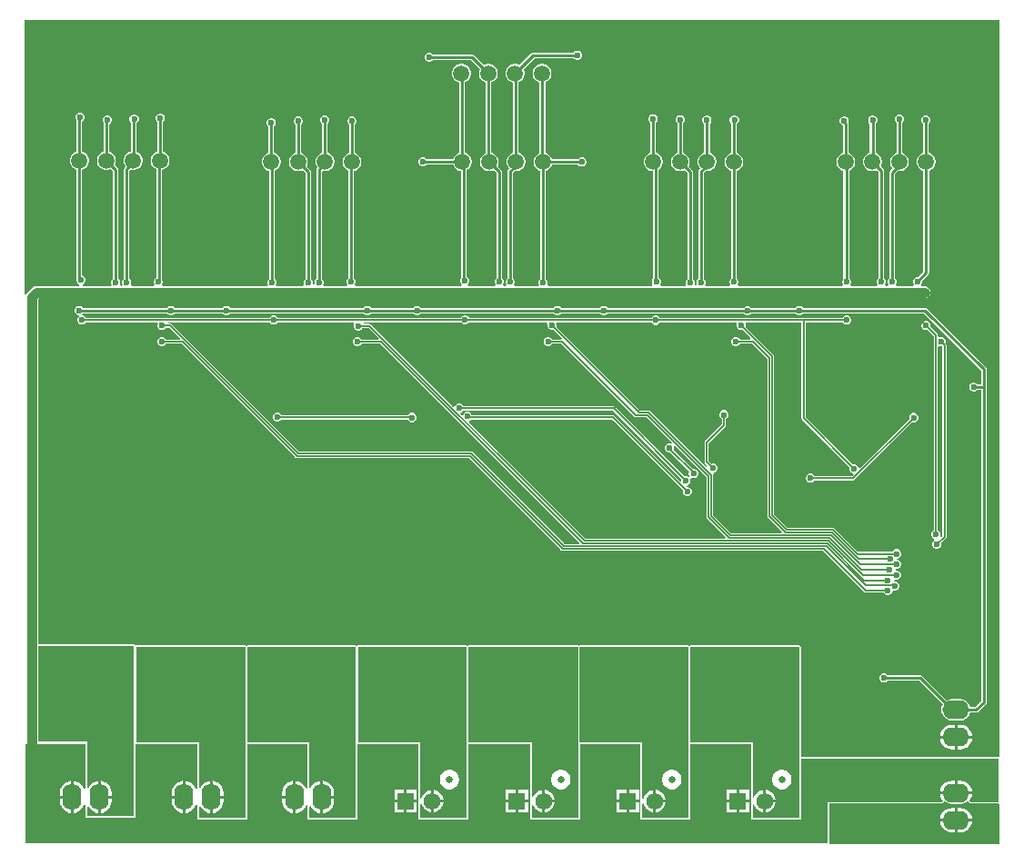
<source format=gbl>
G04*
G04 #@! TF.GenerationSoftware,Altium Limited,Altium Designer,23.3.1 (30)*
G04*
G04 Layer_Physical_Order=2*
G04 Layer_Color=16711680*
%FSLAX25Y25*%
%MOIN*%
G70*
G04*
G04 #@! TF.SameCoordinates,D820F0C6-32BC-4761-972E-96396E6F3E69*
G04*
G04*
G04 #@! TF.FilePolarity,Positive*
G04*
G01*
G75*
%ADD59C,0.01000*%
%ADD60C,0.00500*%
%ADD62C,0.05906*%
%ADD63O,0.09843X0.06890*%
%ADD64O,0.06890X0.09843*%
%ADD65R,0.06201X0.06201*%
%ADD66C,0.06201*%
%ADD67C,0.02559*%
%ADD68C,0.05000*%
%ADD69C,0.02362*%
%ADD70C,0.15000*%
%ADD71C,0.03500*%
G36*
X609900Y179742D02*
X609600Y179541D01*
X537100D01*
X537041Y179580D01*
Y220000D01*
X536883Y220383D01*
X536500Y220541D01*
X496600D01*
X496300Y220417D01*
X496000Y220541D01*
X456000D01*
X455729Y220429D01*
X455459Y220541D01*
X415300D01*
X414900Y220389D01*
X414500Y220541D01*
X374700D01*
X374350Y220396D01*
X374000Y220541D01*
X334100D01*
X333800Y220417D01*
X333500Y220541D01*
X293400D01*
X292898Y220845D01*
X292883Y220883D01*
X292500Y221041D01*
X257500D01*
X257494Y221045D01*
Y267600D01*
X257394Y268103D01*
Y333000D01*
Y347450D01*
X257850Y347906D01*
X582400D01*
X583278Y348080D01*
X584022Y348578D01*
X584519Y349322D01*
X584694Y350200D01*
X584519Y351078D01*
X584022Y351822D01*
X583278Y352320D01*
X582400Y352494D01*
X581324D01*
X581117Y352994D01*
X581251Y353129D01*
X581507Y353746D01*
Y354320D01*
X583748Y356561D01*
X583969Y356892D01*
X584047Y357282D01*
Y394699D01*
X584360Y394782D01*
X585148Y395237D01*
X585790Y395880D01*
X586245Y396667D01*
X586480Y397545D01*
Y398455D01*
X586245Y399333D01*
X585790Y400120D01*
X585148Y400763D01*
X584360Y401218D01*
X583983Y401318D01*
Y412106D01*
X584325Y412448D01*
X584581Y413066D01*
Y413734D01*
X584325Y414352D01*
X583852Y414825D01*
X583234Y415081D01*
X582566D01*
X581948Y414825D01*
X581475Y414352D01*
X581219Y413734D01*
Y413066D01*
X581475Y412448D01*
X581944Y411978D01*
Y401284D01*
X581695Y401218D01*
X580907Y400763D01*
X580265Y400120D01*
X579810Y399333D01*
X579575Y398455D01*
Y397545D01*
X579810Y396667D01*
X580265Y395880D01*
X580907Y395237D01*
X581695Y394782D01*
X582008Y394699D01*
Y357704D01*
X580065Y355762D01*
X579492D01*
X578874Y355506D01*
X578401Y355033D01*
X578145Y354415D01*
Y353746D01*
X578401Y353129D01*
X578536Y352994D01*
X578329Y352494D01*
X572079D01*
X571872Y352994D01*
X571925Y353048D01*
X572181Y353666D01*
Y354334D01*
X571925Y354952D01*
X571520Y355358D01*
Y393565D01*
X572550Y394596D01*
X572730Y394547D01*
X573640D01*
X574518Y394782D01*
X575305Y395237D01*
X575948Y395880D01*
X576403Y396667D01*
X576638Y397545D01*
Y398455D01*
X576403Y399333D01*
X575948Y400120D01*
X575305Y400763D01*
X574518Y401218D01*
X574205Y401301D01*
Y412296D01*
X574547Y412638D01*
X574803Y413256D01*
Y413925D01*
X574547Y414543D01*
X574074Y415016D01*
X573456Y415272D01*
X572788D01*
X572170Y415016D01*
X571697Y414543D01*
X571441Y413925D01*
Y413256D01*
X571697Y412638D01*
X572165Y412170D01*
Y401301D01*
X571852Y401218D01*
X571065Y400763D01*
X570422Y400120D01*
X569968Y399333D01*
X569732Y398455D01*
Y397545D01*
X569968Y396667D01*
X570422Y395880D01*
X570686Y395616D01*
X569779Y394708D01*
X569558Y394378D01*
X569480Y393987D01*
Y355358D01*
X569075Y354952D01*
X568819Y354334D01*
Y353666D01*
X569075Y353048D01*
X569129Y352994D01*
X568921Y352494D01*
X568079D01*
X567872Y352994D01*
X567925Y353048D01*
X568181Y353666D01*
Y354334D01*
X567925Y354952D01*
X567520Y355358D01*
Y394843D01*
X567442Y395233D01*
X567221Y395564D01*
X566398Y396387D01*
X566560Y396667D01*
X566795Y397545D01*
Y398455D01*
X566560Y399333D01*
X566105Y400120D01*
X565463Y400763D01*
X564675Y401218D01*
X564391Y401294D01*
Y411913D01*
X564825Y412348D01*
X565081Y412966D01*
Y413634D01*
X564825Y414252D01*
X564352Y414725D01*
X563734Y414981D01*
X563066D01*
X562448Y414725D01*
X561975Y414252D01*
X561719Y413634D01*
Y412966D01*
X561975Y412348D01*
X562352Y411971D01*
Y401309D01*
X562010Y401218D01*
X561223Y400763D01*
X560580Y400120D01*
X560125Y399333D01*
X559890Y398455D01*
Y397545D01*
X560125Y396667D01*
X560580Y395880D01*
X561223Y395237D01*
X562010Y394782D01*
X562888Y394547D01*
X563797D01*
X564675Y394782D01*
X564956Y394945D01*
X565480Y394420D01*
Y355358D01*
X565075Y354952D01*
X564819Y354334D01*
Y353666D01*
X565075Y353048D01*
X565129Y352994D01*
X564921Y352494D01*
X555525D01*
X555344Y352994D01*
X555581Y353566D01*
Y354234D01*
X555325Y354852D01*
X554852Y355325D01*
X554720Y355380D01*
Y394752D01*
X554833Y394782D01*
X555620Y395237D01*
X556263Y395880D01*
X556717Y396667D01*
X556953Y397545D01*
Y398455D01*
X556717Y399333D01*
X556263Y400120D01*
X555620Y400763D01*
X554833Y401218D01*
X554520Y401301D01*
Y412131D01*
X554500Y412229D01*
X554681Y412666D01*
Y413334D01*
X554425Y413952D01*
X553952Y414425D01*
X553334Y414681D01*
X552666D01*
X552048Y414425D01*
X551575Y413952D01*
X551319Y413334D01*
Y412666D01*
X551575Y412048D01*
X552048Y411575D01*
X552480Y411396D01*
Y401301D01*
X552167Y401218D01*
X551380Y400763D01*
X550737Y400120D01*
X550282Y399333D01*
X550047Y398455D01*
Y397545D01*
X550282Y396667D01*
X550737Y395880D01*
X551380Y395237D01*
X552167Y394782D01*
X552680Y394645D01*
Y355058D01*
X552475Y354852D01*
X552219Y354234D01*
Y353566D01*
X552456Y352994D01*
X552275Y352494D01*
X514125D01*
X513944Y352994D01*
X514181Y353566D01*
Y354234D01*
X513925Y354852D01*
X513533Y355244D01*
Y394695D01*
X513860Y394782D01*
X514648Y395237D01*
X515290Y395880D01*
X515745Y396667D01*
X515980Y397545D01*
Y398455D01*
X515745Y399333D01*
X515290Y400120D01*
X514648Y400763D01*
X513860Y401218D01*
X513633Y401278D01*
Y411967D01*
X513652Y411975D01*
X514125Y412448D01*
X514381Y413066D01*
Y413734D01*
X514125Y414352D01*
X513652Y414825D01*
X513034Y415081D01*
X512366D01*
X511748Y414825D01*
X511275Y414352D01*
X511019Y413734D01*
Y413066D01*
X511275Y412448D01*
X511594Y412128D01*
Y401324D01*
X511195Y401218D01*
X510407Y400763D01*
X509765Y400120D01*
X509310Y399333D01*
X509075Y398455D01*
Y397545D01*
X509310Y396667D01*
X509765Y395880D01*
X510407Y395237D01*
X511195Y394782D01*
X511494Y394702D01*
Y355272D01*
X511075Y354852D01*
X510819Y354234D01*
Y353566D01*
X511056Y352994D01*
X510875Y352494D01*
X502225D01*
X501927Y352994D01*
X502081Y353366D01*
Y354034D01*
X501825Y354652D01*
X501420Y355058D01*
Y393965D01*
X502050Y394596D01*
X502231Y394547D01*
X503140D01*
X504018Y394782D01*
X504805Y395237D01*
X505448Y395880D01*
X505902Y396667D01*
X506138Y397545D01*
Y398455D01*
X505902Y399333D01*
X505448Y400120D01*
X504805Y400763D01*
X504018Y401218D01*
X503705Y401301D01*
Y412097D01*
X504089Y412481D01*
X504345Y413099D01*
Y413768D01*
X504089Y414386D01*
X503616Y414858D01*
X502998Y415114D01*
X502329D01*
X501711Y414858D01*
X501238Y414386D01*
X500982Y413768D01*
Y413099D01*
X501238Y412481D01*
X501665Y412054D01*
Y401301D01*
X501352Y401218D01*
X500565Y400763D01*
X499922Y400120D01*
X499468Y399333D01*
X499232Y398455D01*
Y397545D01*
X499468Y396667D01*
X499922Y395880D01*
X500186Y395616D01*
X499679Y395109D01*
X499458Y394778D01*
X499380Y394388D01*
Y355058D01*
X498975Y354652D01*
X498719Y354034D01*
Y353366D01*
X498826Y353107D01*
X498543Y352671D01*
X498321Y352676D01*
X498047Y353142D01*
X498181Y353466D01*
Y354134D01*
X497925Y354752D01*
X497520Y355158D01*
Y394342D01*
X497442Y394733D01*
X497221Y395063D01*
X495898Y396387D01*
X496060Y396667D01*
X496295Y397545D01*
Y398455D01*
X496060Y399333D01*
X495605Y400120D01*
X494963Y400763D01*
X494175Y401218D01*
X493891Y401294D01*
Y412113D01*
X494325Y412548D01*
X494581Y413166D01*
Y413834D01*
X494325Y414452D01*
X493852Y414925D01*
X493234Y415181D01*
X492566D01*
X491948Y414925D01*
X491475Y414452D01*
X491219Y413834D01*
Y413166D01*
X491475Y412548D01*
X491852Y412171D01*
Y401309D01*
X491510Y401218D01*
X490723Y400763D01*
X490080Y400120D01*
X489625Y399333D01*
X489390Y398455D01*
Y397545D01*
X489625Y396667D01*
X490080Y395880D01*
X490723Y395237D01*
X491510Y394782D01*
X492388Y394547D01*
X493297D01*
X494175Y394782D01*
X494456Y394945D01*
X495480Y393920D01*
Y355158D01*
X495075Y354752D01*
X494819Y354134D01*
Y353466D01*
X495014Y352994D01*
X494775Y352494D01*
X485710D01*
X485503Y352994D01*
X485517Y353008D01*
X485773Y353626D01*
Y354294D01*
X485517Y354912D01*
X485044Y355385D01*
X484851Y355465D01*
Y395081D01*
X485120Y395237D01*
X485763Y395880D01*
X486217Y396667D01*
X486453Y397545D01*
Y398455D01*
X486217Y399333D01*
X485763Y400120D01*
X485120Y400763D01*
X484333Y401218D01*
X484020Y401301D01*
Y412498D01*
X484364Y412842D01*
X484620Y413460D01*
Y414129D01*
X484364Y414747D01*
X483891Y415220D01*
X483273Y415476D01*
X482605D01*
X481987Y415220D01*
X481514Y414747D01*
X481258Y414129D01*
Y413460D01*
X481514Y412842D01*
X481980Y412376D01*
Y401301D01*
X481667Y401218D01*
X480880Y400763D01*
X480237Y400120D01*
X479782Y399333D01*
X479547Y398455D01*
Y397545D01*
X479782Y396667D01*
X480237Y395880D01*
X480880Y395237D01*
X481667Y394782D01*
X482545Y394547D01*
X482811D01*
Y355057D01*
X482666Y354912D01*
X482410Y354294D01*
Y353626D01*
X482666Y353008D01*
X482680Y352994D01*
X482473Y352494D01*
X444490D01*
X444156Y352994D01*
X444281Y353297D01*
Y353965D01*
X444025Y354583D01*
X443583Y355025D01*
Y394708D01*
X443860Y394782D01*
X444648Y395237D01*
X445290Y395880D01*
X445745Y396667D01*
X445829Y396980D01*
X455317D01*
X455328Y396953D01*
X455801Y396480D01*
X456419Y396225D01*
X457088D01*
X457705Y396480D01*
X458178Y396953D01*
X458434Y397571D01*
Y398240D01*
X458178Y398858D01*
X457705Y399331D01*
X457088Y399587D01*
X456419D01*
X455801Y399331D01*
X455490Y399020D01*
X445829D01*
X445745Y399333D01*
X445290Y400120D01*
X444648Y400763D01*
X443860Y401218D01*
X443376Y401347D01*
Y427245D01*
X443518Y427282D01*
X444305Y427737D01*
X444948Y428380D01*
X445402Y429167D01*
X445638Y430045D01*
Y430955D01*
X445402Y431833D01*
X444948Y432620D01*
X444305Y433263D01*
X443518Y433717D01*
X442640Y433953D01*
X441730D01*
X440852Y433717D01*
X440065Y433263D01*
X439422Y432620D01*
X438968Y431833D01*
X438732Y430955D01*
Y430045D01*
X438968Y429167D01*
X439422Y428380D01*
X440065Y427737D01*
X440852Y427282D01*
X441337Y427153D01*
Y401256D01*
X441195Y401218D01*
X440408Y400763D01*
X439765Y400120D01*
X439310Y399333D01*
X439075Y398455D01*
Y397545D01*
X439310Y396667D01*
X439765Y395880D01*
X440408Y395237D01*
X441195Y394782D01*
X441544Y394689D01*
Y354953D01*
X441175Y354583D01*
X440919Y353965D01*
Y353297D01*
X441044Y352994D01*
X440710Y352494D01*
X432125D01*
X431944Y352994D01*
X432181Y353566D01*
Y354234D01*
X431925Y354852D01*
X431520Y355258D01*
Y394065D01*
X432050Y394596D01*
X432231Y394547D01*
X433140D01*
X434018Y394782D01*
X434805Y395237D01*
X435448Y395880D01*
X435903Y396667D01*
X436138Y397545D01*
Y398455D01*
X435903Y399333D01*
X435448Y400120D01*
X434805Y400763D01*
X434018Y401218D01*
X433533Y401347D01*
Y427245D01*
X433675Y427282D01*
X434463Y427737D01*
X435105Y428380D01*
X435560Y429167D01*
X435795Y430045D01*
Y430955D01*
X435560Y431833D01*
X435398Y432114D01*
X439403Y436119D01*
X453893D01*
X454299Y435713D01*
X454917Y435457D01*
X455585D01*
X456203Y435713D01*
X456676Y436186D01*
X456932Y436804D01*
Y437473D01*
X456676Y438091D01*
X456203Y438564D01*
X455585Y438820D01*
X454917D01*
X454299Y438564D01*
X453893Y438158D01*
X438981D01*
X438591Y438081D01*
X438260Y437859D01*
X433956Y433555D01*
X433675Y433717D01*
X432797Y433953D01*
X431888D01*
X431010Y433717D01*
X430223Y433263D01*
X429580Y432620D01*
X429125Y431833D01*
X428890Y430955D01*
Y430045D01*
X429125Y429167D01*
X429580Y428380D01*
X430223Y427737D01*
X431010Y427282D01*
X431494Y427153D01*
Y401256D01*
X431352Y401218D01*
X430565Y400763D01*
X429922Y400120D01*
X429468Y399333D01*
X429232Y398455D01*
Y397545D01*
X429468Y396667D01*
X429922Y395880D01*
X430186Y395616D01*
X429779Y395209D01*
X429558Y394878D01*
X429480Y394488D01*
Y355258D01*
X429075Y354852D01*
X428819Y354234D01*
Y353566D01*
X429056Y352994D01*
X428875Y352494D01*
X428179D01*
X427972Y352994D01*
X428025Y353048D01*
X428281Y353666D01*
Y354334D01*
X428025Y354952D01*
X427620Y355358D01*
Y394243D01*
X427542Y394633D01*
X427321Y394964D01*
X425898Y396387D01*
X426060Y396667D01*
X426295Y397545D01*
Y398455D01*
X426060Y399333D01*
X425605Y400120D01*
X424963Y400763D01*
X424175Y401218D01*
X423691Y401347D01*
Y427245D01*
X423833Y427282D01*
X424620Y427737D01*
X425263Y428380D01*
X425717Y429167D01*
X425953Y430045D01*
Y430955D01*
X425717Y431833D01*
X425263Y432620D01*
X424620Y433263D01*
X423833Y433717D01*
X422955Y433953D01*
X422045D01*
X421167Y433717D01*
X420887Y433555D01*
X417321Y437121D01*
X416990Y437342D01*
X416600Y437420D01*
X402158D01*
X401752Y437825D01*
X401134Y438081D01*
X400466D01*
X399848Y437825D01*
X399375Y437352D01*
X399119Y436734D01*
Y436066D01*
X399375Y435448D01*
X399848Y434975D01*
X400466Y434719D01*
X401134D01*
X401752Y434975D01*
X402158Y435380D01*
X416178D01*
X419445Y432114D01*
X419282Y431833D01*
X419047Y430955D01*
Y430045D01*
X419282Y429167D01*
X419737Y428380D01*
X420380Y427737D01*
X421167Y427282D01*
X421652Y427153D01*
Y401256D01*
X421510Y401218D01*
X420722Y400763D01*
X420080Y400120D01*
X419625Y399333D01*
X419390Y398455D01*
Y397545D01*
X419625Y396667D01*
X420080Y395880D01*
X420722Y395237D01*
X421510Y394782D01*
X422388Y394547D01*
X423297D01*
X424175Y394782D01*
X424456Y394945D01*
X425580Y393820D01*
Y355358D01*
X425175Y354952D01*
X424919Y354334D01*
Y353666D01*
X425175Y353048D01*
X425229Y352994D01*
X425021Y352494D01*
X415040D01*
X414872Y352994D01*
X415225Y353348D01*
X415481Y353966D01*
Y354634D01*
X415225Y355252D01*
X414752Y355725D01*
X414559Y355805D01*
Y394913D01*
X415120Y395237D01*
X415763Y395880D01*
X416218Y396667D01*
X416453Y397545D01*
Y398455D01*
X416218Y399333D01*
X415763Y400120D01*
X415120Y400763D01*
X414333Y401218D01*
X413848Y401347D01*
Y427245D01*
X413990Y427282D01*
X414778Y427737D01*
X415420Y428380D01*
X415875Y429167D01*
X416110Y430045D01*
Y430955D01*
X415875Y431833D01*
X415420Y432620D01*
X414778Y433263D01*
X413990Y433717D01*
X413112Y433953D01*
X412203D01*
X411325Y433717D01*
X410537Y433263D01*
X409895Y432620D01*
X409440Y431833D01*
X409205Y430955D01*
Y430045D01*
X409440Y429167D01*
X409895Y428380D01*
X410537Y427737D01*
X411325Y427282D01*
X411809Y427153D01*
Y401256D01*
X411667Y401218D01*
X410880Y400763D01*
X410237Y400120D01*
X409783Y399333D01*
X409699Y399020D01*
X400039D01*
X400025Y399052D01*
X399552Y399525D01*
X398934Y399781D01*
X398266D01*
X397648Y399525D01*
X397175Y399052D01*
X396919Y398434D01*
Y397766D01*
X397175Y397148D01*
X397648Y396675D01*
X398266Y396419D01*
X398934D01*
X399552Y396675D01*
X399858Y396980D01*
X409699D01*
X409783Y396667D01*
X410237Y395880D01*
X410880Y395237D01*
X411667Y394782D01*
X412520Y394554D01*
Y355397D01*
X412375Y355252D01*
X412119Y354634D01*
Y353966D01*
X412375Y353348D01*
X412729Y352994D01*
X412560Y352494D01*
X373793D01*
X373581Y352989D01*
X373837Y353607D01*
Y354276D01*
X373581Y354894D01*
X373361Y355113D01*
Y394649D01*
X373860Y394782D01*
X374648Y395237D01*
X375290Y395880D01*
X375745Y396667D01*
X375980Y397545D01*
Y398455D01*
X375745Y399333D01*
X375290Y400120D01*
X374648Y400763D01*
X373860Y401218D01*
X373533Y401305D01*
Y411556D01*
X373925Y411948D01*
X374181Y412566D01*
Y413234D01*
X373925Y413852D01*
X373452Y414325D01*
X372834Y414581D01*
X372166D01*
X371548Y414325D01*
X371075Y413852D01*
X370819Y413234D01*
Y412566D01*
X371075Y411948D01*
X371494Y411528D01*
Y401298D01*
X371195Y401218D01*
X370408Y400763D01*
X369765Y400120D01*
X369310Y399333D01*
X369075Y398455D01*
Y397545D01*
X369310Y396667D01*
X369765Y395880D01*
X370408Y395237D01*
X371195Y394782D01*
X371322Y394748D01*
Y355416D01*
X371203Y355367D01*
X370730Y354894D01*
X370475Y354276D01*
Y353607D01*
X370730Y352989D01*
X370519Y352494D01*
X362225D01*
X361927Y352994D01*
X362081Y353366D01*
Y354034D01*
X361825Y354652D01*
X361420Y355058D01*
Y394271D01*
X361877Y394642D01*
X362230Y394547D01*
X363140D01*
X364018Y394782D01*
X364805Y395237D01*
X365448Y395880D01*
X365902Y396667D01*
X366138Y397545D01*
Y398455D01*
X365902Y399333D01*
X365448Y400120D01*
X364805Y400763D01*
X364018Y401218D01*
X363662Y401313D01*
Y411985D01*
X364025Y412348D01*
X364281Y412966D01*
Y413634D01*
X364025Y414252D01*
X363552Y414725D01*
X362934Y414981D01*
X362266D01*
X361648Y414725D01*
X361175Y414252D01*
X360919Y413634D01*
Y412966D01*
X361175Y412348D01*
X361623Y411900D01*
Y401290D01*
X361352Y401218D01*
X360565Y400763D01*
X359922Y400120D01*
X359468Y399333D01*
X359232Y398455D01*
Y397545D01*
X359468Y396667D01*
X359906Y395909D01*
X359679Y395682D01*
X359458Y395352D01*
X359380Y394962D01*
Y355058D01*
X358975Y354652D01*
X358719Y354034D01*
Y353366D01*
X358761Y353264D01*
X358450Y352786D01*
X358139Y353264D01*
X358181Y353366D01*
Y354034D01*
X357925Y354652D01*
X357520Y355058D01*
Y394342D01*
X357442Y394733D01*
X357221Y395063D01*
X355898Y396387D01*
X356060Y396667D01*
X356295Y397545D01*
Y398455D01*
X356060Y399333D01*
X355605Y400120D01*
X354963Y400763D01*
X354175Y401218D01*
X353891Y401294D01*
Y411513D01*
X354325Y411948D01*
X354581Y412566D01*
Y413234D01*
X354325Y413852D01*
X353852Y414325D01*
X353234Y414581D01*
X352566D01*
X351948Y414325D01*
X351475Y413852D01*
X351219Y413234D01*
Y412566D01*
X351475Y411948D01*
X351852Y411571D01*
Y401309D01*
X351510Y401218D01*
X350723Y400763D01*
X350080Y400120D01*
X349625Y399333D01*
X349390Y398455D01*
Y397545D01*
X349625Y396667D01*
X350080Y395880D01*
X350723Y395237D01*
X351510Y394782D01*
X352388Y394547D01*
X353297D01*
X354175Y394782D01*
X354456Y394945D01*
X355480Y393920D01*
Y355058D01*
X355075Y354652D01*
X354819Y354034D01*
Y353366D01*
X354973Y352994D01*
X354675Y352494D01*
X344925D01*
X344686Y352994D01*
X344881Y353466D01*
Y354134D01*
X344625Y354752D01*
X344152Y355225D01*
X344120Y355239D01*
Y394725D01*
X344333Y394782D01*
X345120Y395237D01*
X345763Y395880D01*
X346217Y396667D01*
X346453Y397545D01*
Y398455D01*
X346217Y399333D01*
X345763Y400120D01*
X345120Y400763D01*
X344333Y401218D01*
X344020Y401301D01*
Y411042D01*
X344425Y411448D01*
X344681Y412066D01*
Y412734D01*
X344425Y413352D01*
X343952Y413825D01*
X343334Y414081D01*
X342666D01*
X342048Y413825D01*
X341575Y413352D01*
X341319Y412734D01*
Y412066D01*
X341575Y411448D01*
X341980Y411042D01*
Y401301D01*
X341667Y401218D01*
X340880Y400763D01*
X340237Y400120D01*
X339783Y399333D01*
X339547Y398455D01*
Y397545D01*
X339783Y396667D01*
X340237Y395880D01*
X340880Y395237D01*
X341667Y394782D01*
X342080Y394672D01*
Y355058D01*
X341775Y354752D01*
X341519Y354134D01*
Y353466D01*
X341714Y352994D01*
X341475Y352494D01*
X303125D01*
X302944Y352994D01*
X303181Y353566D01*
Y354234D01*
X302925Y354852D01*
X302780Y354997D01*
Y395085D01*
X303518Y395283D01*
X304305Y395737D01*
X304948Y396380D01*
X305402Y397167D01*
X305638Y398045D01*
Y398955D01*
X305402Y399833D01*
X304948Y400620D01*
X304305Y401263D01*
X303518Y401718D01*
X303205Y401801D01*
Y412604D01*
X303273Y412632D01*
X303746Y413105D01*
X304002Y413723D01*
Y414391D01*
X303746Y415009D01*
X303273Y415482D01*
X302655Y415738D01*
X301986D01*
X301368Y415482D01*
X300896Y415009D01*
X300640Y414391D01*
Y413723D01*
X300896Y413105D01*
X301166Y412835D01*
Y401801D01*
X300852Y401718D01*
X300065Y401263D01*
X299422Y400620D01*
X298968Y399833D01*
X298732Y398955D01*
Y398045D01*
X298968Y397167D01*
X299422Y396380D01*
X300065Y395737D01*
X300741Y395347D01*
Y355405D01*
X300548Y355325D01*
X300075Y354852D01*
X299819Y354234D01*
Y353566D01*
X300056Y352994D01*
X299875Y352494D01*
X291825D01*
X291527Y352994D01*
X291681Y353366D01*
Y354034D01*
X291425Y354652D01*
X291020Y355058D01*
Y394793D01*
X291470Y395159D01*
X291888Y395047D01*
X292797D01*
X293675Y395283D01*
X294463Y395737D01*
X295105Y396380D01*
X295560Y397167D01*
X295795Y398045D01*
Y398955D01*
X295560Y399833D01*
X295105Y400620D01*
X294463Y401263D01*
X293675Y401718D01*
X293541Y401754D01*
Y412229D01*
X293652Y412275D01*
X294125Y412748D01*
X294381Y413366D01*
Y414034D01*
X294125Y414652D01*
X293652Y415125D01*
X293034Y415381D01*
X292366D01*
X291748Y415125D01*
X291275Y414652D01*
X291019Y414034D01*
Y413366D01*
X291275Y412748D01*
X291502Y412521D01*
Y401849D01*
X291010Y401718D01*
X290223Y401263D01*
X289580Y400620D01*
X289125Y399833D01*
X288890Y398955D01*
Y398045D01*
X289125Y397167D01*
X289542Y396445D01*
X289279Y396182D01*
X289058Y395852D01*
X288980Y395462D01*
Y355058D01*
X288575Y354652D01*
X288319Y354034D01*
Y353366D01*
X288473Y352994D01*
X288186Y352513D01*
X287712Y352520D01*
X287486Y352994D01*
X287681Y353466D01*
Y354134D01*
X287425Y354752D01*
X287020Y355158D01*
Y395000D01*
X286942Y395390D01*
X286721Y395721D01*
X285555Y396886D01*
X285718Y397167D01*
X285953Y398045D01*
Y398955D01*
X285718Y399833D01*
X285263Y400620D01*
X284620Y401263D01*
X283833Y401718D01*
X283670Y401761D01*
Y411841D01*
X283752Y411875D01*
X284225Y412348D01*
X284481Y412966D01*
Y413634D01*
X284225Y414252D01*
X283752Y414725D01*
X283134Y414981D01*
X282466D01*
X281848Y414725D01*
X281375Y414252D01*
X281119Y413634D01*
Y412966D01*
X281375Y412348D01*
X281630Y412092D01*
Y401841D01*
X281167Y401718D01*
X280380Y401263D01*
X279737Y400620D01*
X279282Y399833D01*
X279047Y398955D01*
Y398045D01*
X279282Y397167D01*
X279737Y396380D01*
X280380Y395737D01*
X281167Y395283D01*
X282045Y395047D01*
X282955D01*
X283833Y395283D01*
X284114Y395445D01*
X284980Y394578D01*
Y355158D01*
X284575Y354752D01*
X284319Y354134D01*
Y353466D01*
X284514Y352994D01*
X284275Y352494D01*
X273815D01*
X273716Y352994D01*
X274152Y353175D01*
X274625Y353648D01*
X274881Y354266D01*
Y354934D01*
X274625Y355552D01*
X274152Y356025D01*
X273677Y356222D01*
Y395199D01*
X273990Y395283D01*
X274778Y395737D01*
X275420Y396380D01*
X275875Y397167D01*
X276110Y398045D01*
Y398955D01*
X275875Y399833D01*
X275420Y400620D01*
X274778Y401263D01*
X273990Y401718D01*
X273677Y401801D01*
Y412844D01*
X273752Y412875D01*
X274225Y413348D01*
X274481Y413966D01*
Y414634D01*
X274225Y415252D01*
X273752Y415725D01*
X273134Y415981D01*
X272466D01*
X271848Y415725D01*
X271375Y415252D01*
X271119Y414634D01*
Y413966D01*
X271375Y413348D01*
X271638Y413085D01*
Y401801D01*
X271325Y401718D01*
X270537Y401263D01*
X269895Y400620D01*
X269440Y399833D01*
X269205Y398955D01*
Y398045D01*
X269440Y397167D01*
X269895Y396380D01*
X270537Y395737D01*
X271325Y395283D01*
X271638Y395199D01*
Y355511D01*
X271677Y355316D01*
X271519Y354934D01*
Y354266D01*
X271775Y353648D01*
X272248Y353175D01*
X272684Y352994D01*
X272585Y352494D01*
X256900D01*
X256022Y352320D01*
X255278Y351822D01*
X253478Y350022D01*
X252980Y349278D01*
X252967Y349207D01*
X252467Y349257D01*
X252500Y450000D01*
X609900D01*
Y179742D01*
D02*
G37*
G36*
X590052Y163424D02*
X590534Y163054D01*
X591494Y162657D01*
X592524Y162521D01*
X595476D01*
X596506Y162657D01*
X597466Y163054D01*
X597948Y163424D01*
X598040Y163431D01*
X598547Y163254D01*
X598692Y162961D01*
X598760Y162901D01*
X598794Y162817D01*
X598910Y162770D01*
X599003Y162688D01*
X599093Y162693D01*
X599177Y162659D01*
X609600D01*
X609900Y162458D01*
Y147600D01*
X547917D01*
X547541Y148000D01*
Y162659D01*
X588823D01*
X588906Y162693D01*
X588997Y162688D01*
X589090Y162770D01*
X589206Y162817D01*
X589240Y162901D01*
X589308Y162961D01*
X589453Y163254D01*
X589960Y163431D01*
X590052Y163424D01*
D02*
G37*
G36*
X536500Y157500D02*
X519400D01*
Y162305D01*
X519900Y162371D01*
X520022Y161917D01*
X520561Y160982D01*
X521325Y160219D01*
X522260Y159679D01*
X523303Y159400D01*
X523343D01*
Y163500D01*
Y167600D01*
X523303D01*
X522260Y167321D01*
X521325Y166781D01*
X520561Y166018D01*
X520022Y165083D01*
X519900Y164629D01*
X519400Y164695D01*
Y185000D01*
X496600D01*
Y220000D01*
X536500D01*
Y157500D01*
D02*
G37*
G36*
X496000D02*
X479000D01*
Y162520D01*
X479500Y162585D01*
X479679Y161917D01*
X480219Y160982D01*
X480982Y160219D01*
X481917Y159679D01*
X482960Y159400D01*
X483000D01*
Y163500D01*
Y167600D01*
X482960D01*
X481917Y167321D01*
X480982Y166781D01*
X480219Y166018D01*
X479679Y165083D01*
X479500Y164415D01*
X479000Y164480D01*
Y185000D01*
X456000D01*
Y220000D01*
X496000D01*
Y157500D01*
D02*
G37*
G36*
X455459Y185000D02*
X455500Y184900D01*
Y157500D01*
X438500D01*
Y161932D01*
X439000Y161998D01*
X439022Y161917D01*
X439561Y160982D01*
X440325Y160219D01*
X441260Y159679D01*
X442303Y159400D01*
X442343D01*
Y163500D01*
Y167600D01*
X442303D01*
X441260Y167321D01*
X440325Y166781D01*
X439561Y166018D01*
X439022Y165083D01*
X439000Y165002D01*
X438500Y165068D01*
Y185000D01*
X415300D01*
Y220000D01*
X455459D01*
Y185000D01*
D02*
G37*
G36*
X414500Y157500D02*
X397500D01*
Y162520D01*
X398000Y162585D01*
X398179Y161917D01*
X398719Y160982D01*
X399482Y160219D01*
X400417Y159679D01*
X401460Y159400D01*
X401500D01*
Y163500D01*
Y167600D01*
X401460D01*
X400417Y167321D01*
X399482Y166781D01*
X398719Y166018D01*
X398179Y165083D01*
X398000Y164415D01*
X397500Y164480D01*
Y185000D01*
X374700D01*
Y220000D01*
X414500D01*
Y157500D01*
D02*
G37*
G36*
X374000D02*
X357000D01*
Y161466D01*
X357500Y161565D01*
X357617Y161282D01*
X358330Y160354D01*
X359258Y159641D01*
X360340Y159193D01*
X361000Y159106D01*
Y165000D01*
Y170894D01*
X360340Y170807D01*
X359258Y170359D01*
X358330Y169647D01*
X357617Y168718D01*
X357500Y168435D01*
X357000Y168534D01*
Y185000D01*
X334100D01*
Y220000D01*
X374000D01*
Y157500D01*
D02*
G37*
G36*
X333500D02*
X316500D01*
Y161466D01*
X317000Y161565D01*
X317117Y161282D01*
X317830Y160354D01*
X318758Y159641D01*
X319840Y159193D01*
X320500Y159106D01*
Y165000D01*
Y170894D01*
X319840Y170807D01*
X318758Y170359D01*
X317830Y169647D01*
X317117Y168718D01*
X317000Y168435D01*
X316500Y168534D01*
Y185000D01*
X293400D01*
Y220000D01*
X333500D01*
Y157500D01*
D02*
G37*
G36*
X292500Y158000D02*
X275500D01*
Y161466D01*
X276000Y161565D01*
X276117Y161282D01*
X276830Y160354D01*
X277758Y159641D01*
X278840Y159193D01*
X279500Y159106D01*
Y165000D01*
Y170894D01*
X278840Y170807D01*
X277758Y170359D01*
X276830Y169647D01*
X276117Y168718D01*
X276000Y168435D01*
X275500Y168534D01*
Y185500D01*
X257500D01*
Y220500D01*
X292500D01*
Y158000D01*
D02*
G37*
G36*
X518859Y164695D02*
X518900Y164595D01*
Y162405D01*
X518859Y162305D01*
Y157500D01*
X518900Y157401D01*
Y156700D01*
X537100D01*
Y179000D01*
X609600D01*
Y163200D01*
X599177D01*
X598931Y163700D01*
X599359Y164258D01*
X599807Y165340D01*
X599894Y166000D01*
X594000D01*
X588106D01*
X588193Y165340D01*
X588641Y164258D01*
X589070Y163700D01*
X588823Y163200D01*
X547000D01*
Y148000D01*
X252700D01*
Y184400D01*
X274700D01*
Y168051D01*
X274200Y167952D01*
X273883Y168718D01*
X273170Y169647D01*
X272242Y170359D01*
X271160Y170807D01*
X270500Y170894D01*
Y165000D01*
Y159106D01*
X271160Y159193D01*
X272242Y159641D01*
X273170Y160354D01*
X273883Y161282D01*
X274200Y162048D01*
X274700Y161949D01*
Y157500D01*
X275400D01*
X275500Y157459D01*
X292500D01*
X292600Y157500D01*
X293200D01*
Y184400D01*
X315700D01*
Y168051D01*
X315200Y167952D01*
X314883Y168718D01*
X314170Y169647D01*
X313242Y170359D01*
X312160Y170807D01*
X311500Y170894D01*
Y165000D01*
Y159106D01*
X312160Y159193D01*
X313242Y159641D01*
X314170Y160354D01*
X314883Y161282D01*
X315200Y162048D01*
X315700Y161949D01*
Y156700D01*
X334100D01*
Y184400D01*
X356200D01*
Y168051D01*
X355700Y167952D01*
X355383Y168718D01*
X354670Y169647D01*
X353742Y170359D01*
X352660Y170807D01*
X352000Y170894D01*
Y165000D01*
Y159106D01*
X352660Y159193D01*
X353742Y159641D01*
X354670Y160354D01*
X355383Y161282D01*
X355700Y162048D01*
X356200Y161949D01*
Y156700D01*
X374600D01*
Y184400D01*
X396800D01*
Y156700D01*
X415200D01*
Y184400D01*
X437800D01*
Y156700D01*
X456100D01*
Y184400D01*
X478300D01*
Y156700D01*
X496500D01*
Y157401D01*
X496541Y157500D01*
Y184400D01*
X518859D01*
Y164695D01*
D02*
G37*
%LPC*%
G36*
X536834Y345181D02*
X536166D01*
X535548Y344925D01*
X535142Y344520D01*
X518758D01*
X518452Y344825D01*
X517834Y345081D01*
X517166D01*
X516548Y344825D01*
X516242Y344520D01*
X466258D01*
X465852Y344925D01*
X465234Y345181D01*
X464566D01*
X463948Y344925D01*
X463542Y344520D01*
X449158D01*
X448752Y344925D01*
X448134Y345181D01*
X447466D01*
X446848Y344925D01*
X446442Y344520D01*
X397758D01*
X397352Y344925D01*
X396734Y345181D01*
X396066D01*
X395448Y344925D01*
X395042Y344520D01*
X379558D01*
X379152Y344925D01*
X378534Y345181D01*
X377866D01*
X377248Y344925D01*
X376842Y344520D01*
X327958D01*
X327552Y344925D01*
X326934Y345181D01*
X326266D01*
X325648Y344925D01*
X325242Y344520D01*
X307558D01*
X307152Y344925D01*
X306534Y345181D01*
X305866D01*
X305248Y344925D01*
X304842Y344520D01*
X273958D01*
X273552Y344925D01*
X272934Y345181D01*
X272266D01*
X271648Y344925D01*
X271175Y344452D01*
X270919Y343834D01*
Y343166D01*
X271175Y342548D01*
X271648Y342075D01*
X272266Y341819D01*
X272412D01*
X272541Y341520D01*
X272566Y341319D01*
X272136Y340889D01*
X271880Y340271D01*
Y339603D01*
X272136Y338985D01*
X272609Y338512D01*
X273227Y338256D01*
X273895D01*
X274513Y338512D01*
X274986Y338985D01*
X275064Y339172D01*
X301142D01*
X301400Y338672D01*
X301219Y338234D01*
Y337566D01*
X301475Y336948D01*
X301948Y336475D01*
X302566Y336219D01*
X303234D01*
X303852Y336475D01*
X304325Y336948D01*
X304403Y337135D01*
X305698D01*
X309606Y333227D01*
X309415Y332765D01*
X304313D01*
X304225Y332978D01*
X303752Y333451D01*
X303134Y333707D01*
X302466D01*
X301848Y333451D01*
X301375Y332978D01*
X301119Y332360D01*
Y331691D01*
X301375Y331073D01*
X301848Y330600D01*
X302466Y330345D01*
X303134D01*
X303752Y330600D01*
X304225Y331073D01*
X304292Y331235D01*
X310183D01*
X351959Y289459D01*
X352207Y289294D01*
X352500Y289235D01*
X415383D01*
X449159Y255459D01*
X449407Y255293D01*
X449700Y255235D01*
X545283D01*
X560359Y240159D01*
X560607Y239994D01*
X560900Y239935D01*
X560900Y239935D01*
X567484D01*
X567575Y239717D01*
X568048Y239244D01*
X568666Y238988D01*
X569334D01*
X569952Y239244D01*
X570425Y239717D01*
X570681Y240335D01*
Y240512D01*
X571097Y240790D01*
X571166Y240762D01*
X571834D01*
X572452Y241018D01*
X572925Y241491D01*
X573181Y242108D01*
Y242777D01*
X572925Y243395D01*
X572452Y243868D01*
X571834Y244124D01*
X571299D01*
X571042Y244481D01*
X571539Y244705D01*
X571735Y244624D01*
X572404D01*
X573022Y244880D01*
X573494Y245353D01*
X573750Y245971D01*
Y246639D01*
X573494Y247257D01*
X573022Y247730D01*
X572404Y247986D01*
X572110D01*
X571707Y248408D01*
X571727Y248591D01*
X571766Y248619D01*
X572434D01*
X573052Y248875D01*
X573525Y249348D01*
X573781Y249966D01*
Y250634D01*
X573525Y251252D01*
X573052Y251725D01*
X572434Y251981D01*
X572048D01*
X572008Y252087D01*
X572324Y252519D01*
X572534D01*
X573152Y252775D01*
X573625Y253248D01*
X573881Y253866D01*
Y254534D01*
X573625Y255152D01*
X573152Y255625D01*
X572534Y255881D01*
X571866D01*
X571248Y255625D01*
X570775Y255152D01*
X570697Y254965D01*
X558017D01*
X549341Y263641D01*
X549093Y263807D01*
X548800Y263865D01*
X532131D01*
X527265Y268731D01*
Y326600D01*
X527207Y326893D01*
X527041Y327141D01*
X516803Y337378D01*
X516881Y337566D01*
Y338234D01*
X516715Y338635D01*
X516995Y339135D01*
X537335D01*
Y303900D01*
X537394Y303607D01*
X537559Y303359D01*
X554997Y285922D01*
X554919Y285734D01*
Y285066D01*
X555175Y284448D01*
X555648Y283975D01*
X556170Y283758D01*
X556376Y283257D01*
X555783Y282665D01*
X542003D01*
X541925Y282852D01*
X541452Y283325D01*
X540834Y283581D01*
X540166D01*
X539548Y283325D01*
X539075Y282852D01*
X538819Y282234D01*
Y281566D01*
X539075Y280948D01*
X539548Y280475D01*
X540166Y280219D01*
X540834D01*
X541452Y280475D01*
X541925Y280948D01*
X542003Y281135D01*
X556100D01*
X556393Y281193D01*
X556641Y281359D01*
X577878Y302597D01*
X578066Y302519D01*
X578734D01*
X579352Y302775D01*
X579825Y303248D01*
X580081Y303866D01*
Y304534D01*
X579825Y305152D01*
X579352Y305625D01*
X578734Y305881D01*
X578066D01*
X577448Y305625D01*
X576975Y305152D01*
X576719Y304534D01*
Y303866D01*
X576797Y303678D01*
X558743Y285625D01*
X558242Y285830D01*
X558025Y286352D01*
X557552Y286825D01*
X556934Y287081D01*
X556266D01*
X556078Y287003D01*
X538865Y304217D01*
Y339135D01*
X552406D01*
X552486Y338943D01*
X552959Y338470D01*
X553577Y338214D01*
X554246D01*
X554863Y338470D01*
X555336Y338943D01*
X555592Y339561D01*
Y340230D01*
X555336Y340847D01*
X554863Y341320D01*
X554246Y341576D01*
X553577D01*
X552959Y341320D01*
X552486Y340847D01*
X552410Y340665D01*
X485375D01*
X485305Y340832D01*
X484832Y341305D01*
X484214Y341561D01*
X483546D01*
X482928Y341305D01*
X482455Y340832D01*
X482385Y340665D01*
X468849D01*
X468663Y340702D01*
X415516D01*
X415425Y340921D01*
X414952Y341394D01*
X414334Y341650D01*
X413666D01*
X413048Y341394D01*
X412575Y340921D01*
X412484Y340702D01*
X345287D01*
X345225Y340852D01*
X344752Y341325D01*
X344134Y341581D01*
X343466D01*
X342848Y341325D01*
X342375Y340852D01*
X342313Y340702D01*
X275064D01*
X274986Y340889D01*
X274513Y341362D01*
X273895Y341618D01*
X273749D01*
X273620Y341917D01*
X273595Y342118D01*
X273958Y342480D01*
X304842D01*
X305248Y342075D01*
X305866Y341819D01*
X306534D01*
X307152Y342075D01*
X307558Y342480D01*
X325242D01*
X325648Y342075D01*
X326266Y341819D01*
X326934D01*
X327552Y342075D01*
X327958Y342480D01*
X376842D01*
X377248Y342075D01*
X377866Y341819D01*
X378534D01*
X379152Y342075D01*
X379558Y342480D01*
X395042D01*
X395448Y342075D01*
X396066Y341819D01*
X396734D01*
X397352Y342075D01*
X397758Y342480D01*
X446442D01*
X446848Y342075D01*
X447466Y341819D01*
X448134D01*
X448752Y342075D01*
X449158Y342480D01*
X463542D01*
X463948Y342075D01*
X464566Y341819D01*
X465234D01*
X465852Y342075D01*
X466258Y342480D01*
X516061D01*
X516075Y342448D01*
X516548Y341975D01*
X517166Y341719D01*
X517834D01*
X518452Y341975D01*
X518925Y342448D01*
X518939Y342480D01*
X535142D01*
X535548Y342075D01*
X536166Y341819D01*
X536834D01*
X537452Y342075D01*
X537858Y342480D01*
X582078D01*
X603080Y321478D01*
Y316420D01*
X601758D01*
X601352Y316825D01*
X600734Y317081D01*
X600066D01*
X599448Y316825D01*
X598975Y316352D01*
X598719Y315734D01*
Y315066D01*
X598975Y314448D01*
X599448Y313975D01*
X600066Y313719D01*
X600734D01*
X601352Y313975D01*
X601758Y314380D01*
X603080D01*
Y200222D01*
X600778Y197920D01*
X599334D01*
X599320Y198030D01*
X598922Y198989D01*
X598290Y199813D01*
X597466Y200446D01*
X596506Y200843D01*
X595476Y200979D01*
X592524D01*
X591494Y200843D01*
X590534Y200446D01*
X590526Y200440D01*
X581645Y209321D01*
X581314Y209542D01*
X580924Y209620D01*
X568958D01*
X568552Y210025D01*
X567934Y210281D01*
X567266D01*
X566648Y210025D01*
X566175Y209552D01*
X565919Y208934D01*
Y208266D01*
X566175Y207648D01*
X566648Y207175D01*
X567266Y206919D01*
X567934D01*
X568552Y207175D01*
X568958Y207580D01*
X580501D01*
X589084Y198998D01*
X589078Y198989D01*
X588680Y198030D01*
X588545Y197000D01*
X588680Y195970D01*
X589078Y195010D01*
X589710Y194186D01*
X590534Y193554D01*
X591494Y193157D01*
X592524Y193021D01*
X595476D01*
X596506Y193157D01*
X597466Y193554D01*
X598290Y194186D01*
X598922Y195010D01*
X599283Y195880D01*
X601200D01*
X601590Y195958D01*
X601921Y196179D01*
X604821Y199079D01*
X605042Y199410D01*
X605120Y199800D01*
Y315000D01*
Y321900D01*
X605042Y322290D01*
X604821Y322621D01*
X583221Y344221D01*
X582890Y344442D01*
X582500Y344520D01*
X537858D01*
X537452Y344925D01*
X536834Y345181D01*
D02*
G37*
G36*
X583334Y339581D02*
X582666D01*
X582048Y339325D01*
X581575Y338852D01*
X581319Y338234D01*
Y337566D01*
X581575Y336948D01*
X582048Y336475D01*
X582666Y336219D01*
X583334D01*
X583522Y336297D01*
X585735Y334083D01*
Y262803D01*
X585548Y262725D01*
X585075Y262252D01*
X584819Y261634D01*
Y260966D01*
X585075Y260348D01*
X585548Y259875D01*
X585978Y259697D01*
X586002Y259165D01*
X585529Y258692D01*
X585273Y258074D01*
Y257405D01*
X585529Y256788D01*
X586002Y256315D01*
X586620Y256059D01*
X587289D01*
X587907Y256315D01*
X588379Y256788D01*
X588635Y257405D01*
Y258074D01*
X588558Y258262D01*
X590241Y259945D01*
X590407Y260193D01*
X590465Y260486D01*
X590465Y260486D01*
Y330563D01*
X590465Y330563D01*
X590407Y330856D01*
X590241Y331104D01*
X590241Y331104D01*
X589978Y331367D01*
X590112Y331691D01*
Y332360D01*
X589856Y332978D01*
X589383Y333451D01*
X588765Y333707D01*
X588097D01*
X587765Y333569D01*
X587265Y333890D01*
Y334400D01*
X587265Y334400D01*
X587207Y334693D01*
X587041Y334941D01*
X584603Y337378D01*
X584681Y337566D01*
Y338234D01*
X584425Y338852D01*
X583952Y339325D01*
X583334Y339581D01*
D02*
G37*
G36*
X595476Y191483D02*
X594500D01*
Y187500D01*
X599894D01*
X599807Y188160D01*
X599359Y189242D01*
X598646Y190170D01*
X597718Y190883D01*
X596637Y191331D01*
X595476Y191483D01*
D02*
G37*
G36*
X593500D02*
X592524D01*
X591363Y191331D01*
X590282Y190883D01*
X589354Y190170D01*
X588641Y189242D01*
X588193Y188160D01*
X588106Y187500D01*
X593500D01*
Y191483D01*
D02*
G37*
G36*
X599894Y186500D02*
X594500D01*
Y182517D01*
X595476D01*
X596637Y182669D01*
X597718Y183117D01*
X598646Y183830D01*
X599359Y184758D01*
X599807Y185840D01*
X599894Y186500D01*
D02*
G37*
G36*
X593500D02*
X588106D01*
X588193Y185840D01*
X588641Y184758D01*
X589354Y183830D01*
X590282Y183117D01*
X591363Y182669D01*
X592524Y182517D01*
X593500D01*
Y186500D01*
D02*
G37*
%LPD*%
G36*
X444259Y338672D02*
X444119Y338334D01*
Y337666D01*
X444375Y337048D01*
X444848Y336575D01*
X445466Y336319D01*
X446134D01*
X446322Y336397D01*
X449397Y333322D01*
X449190Y332822D01*
X445903D01*
X445825Y333009D01*
X445352Y333482D01*
X444734Y333738D01*
X444066D01*
X443448Y333482D01*
X442975Y333009D01*
X442719Y332392D01*
Y331723D01*
X442975Y331105D01*
X443448Y330632D01*
X444066Y330376D01*
X444734D01*
X445352Y330632D01*
X445825Y331105D01*
X445903Y331292D01*
X449100D01*
X475833Y304559D01*
X476081Y304394D01*
X476373Y304335D01*
X480569D01*
X489828Y295076D01*
X489545Y294653D01*
X489234Y294781D01*
X488566D01*
X487948Y294525D01*
X487475Y294052D01*
X487219Y293434D01*
Y292766D01*
X487475Y292148D01*
X487948Y291675D01*
X488566Y291419D01*
X489150D01*
X496199Y284369D01*
X496019Y283934D01*
Y283266D01*
X496198Y282832D01*
X495800Y282488D01*
X495334Y282681D01*
X494666D01*
X494478Y282603D01*
X468918Y308163D01*
X468670Y308329D01*
X468377Y308387D01*
X413326D01*
X413248Y308575D01*
X412775Y309048D01*
X412157Y309304D01*
X411488D01*
X410870Y309048D01*
X410397Y308575D01*
X410260Y308243D01*
X409680Y308116D01*
X379455Y338341D01*
X379207Y338507D01*
X378914Y338565D01*
X376754D01*
X376681Y338672D01*
X376946Y339172D01*
X412510D01*
X412575Y339016D01*
X413048Y338543D01*
X413666Y338287D01*
X414334D01*
X414952Y338543D01*
X415425Y339016D01*
X415490Y339172D01*
X443942D01*
X444259Y338672D01*
D02*
G37*
G36*
X373342Y338672D02*
X373119Y338134D01*
Y337466D01*
X373375Y336848D01*
X373848Y336375D01*
X374466Y336119D01*
X375134D01*
X375752Y336375D01*
X376225Y336848D01*
X376303Y337035D01*
X378597D01*
X382406Y333227D01*
X382215Y332765D01*
X376140D01*
X376025Y333041D01*
X375552Y333514D01*
X374934Y333770D01*
X374266D01*
X373648Y333514D01*
X373175Y333041D01*
X372919Y332423D01*
Y331754D01*
X373175Y331136D01*
X373648Y330663D01*
X374266Y330408D01*
X374934D01*
X375552Y330663D01*
X376025Y331136D01*
X376066Y331235D01*
X382983D01*
X455992Y258227D01*
X455801Y257765D01*
X450517D01*
X416741Y291541D01*
X416493Y291706D01*
X416200Y291765D01*
X353231D01*
X306555Y338441D01*
X306307Y338607D01*
X306014Y338665D01*
X304959D01*
X304954Y338672D01*
X305235Y339172D01*
X342282D01*
X342375Y338948D01*
X342848Y338475D01*
X343466Y338219D01*
X344134D01*
X344752Y338475D01*
X345225Y338948D01*
X345318Y339172D01*
X373142D01*
X373342Y338672D01*
D02*
G37*
G36*
X468700Y339135D02*
X482369D01*
X482455Y338928D01*
X482928Y338455D01*
X483546Y338199D01*
X484214D01*
X484832Y338455D01*
X485305Y338928D01*
X485391Y339135D01*
X513405D01*
X513685Y338635D01*
X513519Y338234D01*
Y337566D01*
X513775Y336948D01*
X514248Y336475D01*
X514866Y336219D01*
X515534D01*
X515722Y336297D01*
X518692Y333327D01*
X518501Y332865D01*
X514803D01*
X514725Y333052D01*
X514252Y333525D01*
X513634Y333781D01*
X512966D01*
X512348Y333525D01*
X511875Y333052D01*
X511619Y332434D01*
Y331766D01*
X511875Y331148D01*
X512348Y330675D01*
X512966Y330419D01*
X513634D01*
X514252Y330675D01*
X514725Y331148D01*
X514803Y331335D01*
X519269D01*
X524735Y325869D01*
Y268000D01*
X524793Y267707D01*
X524959Y267459D01*
X530192Y262227D01*
X530001Y261765D01*
X511531D01*
X504965Y268331D01*
Y283200D01*
X504921Y283419D01*
X505038Y283697D01*
X505204Y283948D01*
X505752Y284175D01*
X506225Y284648D01*
X506481Y285266D01*
Y285934D01*
X506225Y286552D01*
X505752Y287025D01*
X505134Y287281D01*
X504466D01*
X504278Y287203D01*
X503265Y288217D01*
Y294683D01*
X509441Y300859D01*
X509607Y301107D01*
X509665Y301400D01*
X509665Y301400D01*
Y303697D01*
X509852Y303775D01*
X510325Y304248D01*
X510581Y304866D01*
Y305534D01*
X510325Y306152D01*
X509852Y306625D01*
X509234Y306881D01*
X508566D01*
X507948Y306625D01*
X507475Y306152D01*
X507219Y305534D01*
Y304866D01*
X507475Y304248D01*
X507948Y303775D01*
X508135Y303697D01*
Y301717D01*
X501959Y295541D01*
X501793Y295293D01*
X501735Y295000D01*
Y287900D01*
X501793Y287607D01*
X501959Y287359D01*
X502868Y286451D01*
X502846Y286343D01*
X502303Y286179D01*
X481841Y306641D01*
X481593Y306806D01*
X481300Y306865D01*
X478017D01*
X447403Y337478D01*
X447481Y337666D01*
Y338334D01*
X447341Y338672D01*
X447658Y339172D01*
X468514D01*
X468700Y339135D01*
D02*
G37*
G36*
X493397Y281522D02*
X493319Y281334D01*
Y280962D01*
X492819Y280755D01*
X468733Y304841D01*
X468485Y305007D01*
X468192Y305065D01*
X416488D01*
X416298Y305525D01*
X415825Y305998D01*
X415207Y306254D01*
X414538D01*
X413920Y305998D01*
X413447Y305525D01*
X413310Y305193D01*
X412730Y305066D01*
X412316Y305480D01*
X412443Y306060D01*
X412775Y306197D01*
X413248Y306670D01*
X413326Y306858D01*
X468061D01*
X493397Y281522D01*
D02*
G37*
G36*
X493793Y277618D02*
X493715Y277430D01*
Y276762D01*
X493971Y276144D01*
X494444Y275671D01*
X495062Y275415D01*
X495731D01*
X496348Y275671D01*
X496821Y276144D01*
X497077Y276762D01*
Y277430D01*
X496821Y278048D01*
X496348Y278521D01*
X495731Y278777D01*
X495279D01*
X495245Y278819D01*
X495276Y278993D01*
X495445Y279365D01*
X495952Y279575D01*
X496425Y280048D01*
X496681Y280666D01*
Y281334D01*
X496502Y281768D01*
X496900Y282112D01*
X497366Y281919D01*
X498034D01*
X498652Y282175D01*
X499125Y282648D01*
X499381Y283266D01*
Y283934D01*
X499125Y284552D01*
X498652Y285025D01*
X498034Y285281D01*
X497450D01*
X490401Y292331D01*
X490581Y292766D01*
Y293434D01*
X490453Y293745D01*
X490876Y294028D01*
X502435Y282469D01*
Y267600D01*
X502493Y267307D01*
X502659Y267059D01*
X509492Y260227D01*
X509301Y259765D01*
X458031D01*
X415366Y302430D01*
X415493Y303010D01*
X415825Y303147D01*
X416213Y303535D01*
X467875D01*
X493793Y277618D01*
D02*
G37*
%LPC*%
G36*
X345534Y305981D02*
X344866D01*
X344248Y305725D01*
X343775Y305252D01*
X343519Y304634D01*
Y303966D01*
X343775Y303348D01*
X344248Y302875D01*
X344866Y302619D01*
X345534D01*
X346152Y302875D01*
X346625Y303348D01*
X346682Y303485D01*
X393076D01*
X393175Y303248D01*
X393648Y302775D01*
X394266Y302519D01*
X394934D01*
X395552Y302775D01*
X396025Y303248D01*
X396281Y303866D01*
Y304534D01*
X396025Y305152D01*
X395552Y305625D01*
X394934Y305881D01*
X394266D01*
X393648Y305625D01*
X393175Y305152D01*
X393118Y305015D01*
X346724D01*
X346625Y305252D01*
X346152Y305725D01*
X345534Y305981D01*
D02*
G37*
%LPD*%
G36*
X588097Y330345D02*
X588765D01*
X588935Y329883D01*
Y260802D01*
X588456Y260323D01*
X588032Y260607D01*
X588181Y260966D01*
Y261634D01*
X587925Y262252D01*
X587452Y262725D01*
X587265Y262803D01*
Y330161D01*
X587765Y330482D01*
X588097Y330345D01*
D02*
G37*
%LPC*%
G36*
X595476Y160983D02*
X594500D01*
Y157000D01*
X599894D01*
X599807Y157660D01*
X599359Y158742D01*
X598646Y159670D01*
X597718Y160383D01*
X596637Y160830D01*
X595476Y160983D01*
D02*
G37*
G36*
X593500D02*
X592524D01*
X591363Y160830D01*
X590282Y160383D01*
X589354Y159670D01*
X588641Y158742D01*
X588193Y157660D01*
X588106Y157000D01*
X593500D01*
Y160983D01*
D02*
G37*
G36*
X599894Y156000D02*
X594500D01*
Y152017D01*
X595476D01*
X596637Y152170D01*
X597718Y152617D01*
X598646Y153330D01*
X599359Y154258D01*
X599807Y155340D01*
X599894Y156000D01*
D02*
G37*
G36*
X593500D02*
X588106D01*
X588193Y155340D01*
X588641Y154258D01*
X589354Y153330D01*
X590282Y152617D01*
X591363Y152170D01*
X592524Y152017D01*
X593500D01*
Y156000D01*
D02*
G37*
G36*
X530608Y174917D02*
X529675D01*
X528774Y174676D01*
X527966Y174209D01*
X527306Y173550D01*
X526840Y172742D01*
X526598Y171841D01*
Y170907D01*
X526840Y170006D01*
X527306Y169198D01*
X527966Y168539D01*
X528774Y168072D01*
X529675Y167831D01*
X530608D01*
X531509Y168072D01*
X532317Y168539D01*
X532977Y169198D01*
X533444Y170006D01*
X533685Y170907D01*
Y171841D01*
X533444Y172742D01*
X532977Y173550D01*
X532317Y174209D01*
X531509Y174676D01*
X530608Y174917D01*
D02*
G37*
G36*
X524382Y167600D02*
X524342D01*
Y164000D01*
X527943D01*
Y164040D01*
X527664Y165083D01*
X527124Y166018D01*
X526360Y166781D01*
X525425Y167321D01*
X524382Y167600D01*
D02*
G37*
G36*
X527943Y163000D02*
X524342D01*
Y159400D01*
X524382D01*
X525425Y159679D01*
X526360Y160219D01*
X527124Y160982D01*
X527664Y161917D01*
X527943Y162960D01*
Y163000D01*
D02*
G37*
G36*
X490266Y174917D02*
X489333D01*
X488432Y174676D01*
X487624Y174209D01*
X486964Y173550D01*
X486497Y172742D01*
X486256Y171841D01*
Y170907D01*
X486497Y170006D01*
X486964Y169198D01*
X487624Y168539D01*
X488432Y168072D01*
X489333Y167831D01*
X490266D01*
X491167Y168072D01*
X491975Y168539D01*
X492635Y169198D01*
X493101Y170006D01*
X493342Y170907D01*
Y171841D01*
X493101Y172742D01*
X492635Y173550D01*
X491975Y174209D01*
X491167Y174676D01*
X490266Y174917D01*
D02*
G37*
G36*
X484040Y167600D02*
X484000D01*
Y164000D01*
X487600D01*
Y164040D01*
X487321Y165083D01*
X486781Y166018D01*
X486018Y166781D01*
X485083Y167321D01*
X484040Y167600D01*
D02*
G37*
G36*
X487600Y163000D02*
X484000D01*
Y159400D01*
X484040D01*
X485083Y159679D01*
X486018Y160219D01*
X486781Y160982D01*
X487321Y161917D01*
X487600Y162960D01*
Y163000D01*
D02*
G37*
G36*
X449608Y174917D02*
X448675D01*
X447774Y174676D01*
X446966Y174209D01*
X446306Y173550D01*
X445840Y172742D01*
X445598Y171841D01*
Y170907D01*
X445840Y170006D01*
X446306Y169198D01*
X446966Y168539D01*
X447774Y168072D01*
X448675Y167831D01*
X449608D01*
X450509Y168072D01*
X451317Y168539D01*
X451977Y169198D01*
X452444Y170006D01*
X452685Y170907D01*
Y171841D01*
X452444Y172742D01*
X451977Y173550D01*
X451317Y174209D01*
X450509Y174676D01*
X449608Y174917D01*
D02*
G37*
G36*
X443382Y167600D02*
X443342D01*
Y164000D01*
X446943D01*
Y164040D01*
X446664Y165083D01*
X446124Y166018D01*
X445360Y166781D01*
X444425Y167321D01*
X443382Y167600D01*
D02*
G37*
G36*
X446943Y163000D02*
X443342D01*
Y159400D01*
X443382D01*
X444425Y159679D01*
X445360Y160219D01*
X446124Y160982D01*
X446664Y161917D01*
X446943Y162960D01*
Y163000D01*
D02*
G37*
G36*
X408766Y174917D02*
X407833D01*
X406932Y174676D01*
X406124Y174209D01*
X405464Y173550D01*
X404997Y172742D01*
X404756Y171841D01*
Y170907D01*
X404997Y170006D01*
X405464Y169198D01*
X406124Y168539D01*
X406932Y168072D01*
X407833Y167831D01*
X408766D01*
X409667Y168072D01*
X410475Y168539D01*
X411135Y169198D01*
X411601Y170006D01*
X411842Y170907D01*
Y171841D01*
X411601Y172742D01*
X411135Y173550D01*
X410475Y174209D01*
X409667Y174676D01*
X408766Y174917D01*
D02*
G37*
G36*
X402540Y167600D02*
X402500D01*
Y164000D01*
X406100D01*
Y164040D01*
X405821Y165083D01*
X405281Y166018D01*
X404518Y166781D01*
X403583Y167321D01*
X402540Y167600D01*
D02*
G37*
G36*
X406100Y163000D02*
X402500D01*
Y159400D01*
X402540D01*
X403583Y159679D01*
X404518Y160219D01*
X405281Y160982D01*
X405821Y161917D01*
X406100Y162960D01*
Y163000D01*
D02*
G37*
G36*
X362000Y170894D02*
Y165500D01*
X365983D01*
Y166476D01*
X365830Y167637D01*
X365383Y168718D01*
X364670Y169647D01*
X363742Y170359D01*
X362660Y170807D01*
X362000Y170894D01*
D02*
G37*
G36*
X365983Y164500D02*
X362000D01*
Y159106D01*
X362660Y159193D01*
X363742Y159641D01*
X364670Y160354D01*
X365383Y161282D01*
X365830Y162363D01*
X365983Y163524D01*
Y164500D01*
D02*
G37*
G36*
X321500Y170894D02*
Y165500D01*
X325483D01*
Y166476D01*
X325330Y167637D01*
X324883Y168718D01*
X324170Y169647D01*
X323242Y170359D01*
X322160Y170807D01*
X321500Y170894D01*
D02*
G37*
G36*
X325483Y164500D02*
X321500D01*
Y159106D01*
X322160Y159193D01*
X323242Y159641D01*
X324170Y160354D01*
X324883Y161282D01*
X325330Y162363D01*
X325483Y163524D01*
Y164500D01*
D02*
G37*
G36*
X280500Y170894D02*
Y165500D01*
X284483D01*
Y166476D01*
X284331Y167637D01*
X283883Y168718D01*
X283170Y169647D01*
X282242Y170359D01*
X281160Y170807D01*
X280500Y170894D01*
D02*
G37*
G36*
X284483Y164500D02*
X280500D01*
Y159106D01*
X281160Y159193D01*
X282242Y159641D01*
X283170Y160354D01*
X283883Y161282D01*
X284331Y162363D01*
X284483Y163524D01*
Y164500D01*
D02*
G37*
G36*
X595476Y170983D02*
X594500D01*
Y167000D01*
X599894D01*
X599807Y167660D01*
X599359Y168742D01*
X598646Y169670D01*
X597718Y170383D01*
X596637Y170831D01*
X595476Y170983D01*
D02*
G37*
G36*
X593500D02*
X592524D01*
X591363Y170831D01*
X590282Y170383D01*
X589354Y169670D01*
X588641Y168742D01*
X588193Y167660D01*
X588106Y167000D01*
X593500D01*
Y170983D01*
D02*
G37*
G36*
X351000Y170894D02*
X350340Y170807D01*
X349258Y170359D01*
X348330Y169647D01*
X347617Y168718D01*
X347169Y167637D01*
X347017Y166476D01*
Y165500D01*
X351000D01*
Y170894D01*
D02*
G37*
G36*
X310500D02*
X309840Y170807D01*
X308758Y170359D01*
X307830Y169647D01*
X307117Y168718D01*
X306669Y167637D01*
X306517Y166476D01*
Y165500D01*
X310500D01*
Y170894D01*
D02*
G37*
G36*
X269500D02*
X268840Y170807D01*
X267758Y170359D01*
X266830Y169647D01*
X266117Y168718D01*
X265669Y167637D01*
X265517Y166476D01*
Y165500D01*
X269500D01*
Y170894D01*
D02*
G37*
G36*
X518100Y167600D02*
X514500D01*
Y164000D01*
X518100D01*
Y167600D01*
D02*
G37*
G36*
X513500D02*
X509900D01*
Y164000D01*
X513500D01*
Y167600D01*
D02*
G37*
G36*
X477758D02*
X474157D01*
Y164000D01*
X477758D01*
Y167600D01*
D02*
G37*
G36*
X473158D02*
X469557D01*
Y164000D01*
X473158D01*
Y167600D01*
D02*
G37*
G36*
X437100D02*
X433500D01*
Y164000D01*
X437100D01*
Y167600D01*
D02*
G37*
G36*
X432500D02*
X428900D01*
Y164000D01*
X432500D01*
Y167600D01*
D02*
G37*
G36*
X396258D02*
X392657D01*
Y164000D01*
X396258D01*
Y167600D01*
D02*
G37*
G36*
X391657D02*
X388057D01*
Y164000D01*
X391657D01*
Y167600D01*
D02*
G37*
G36*
X518100Y163000D02*
X514500D01*
Y159400D01*
X518100D01*
Y163000D01*
D02*
G37*
G36*
X513500D02*
X509900D01*
Y159400D01*
X513500D01*
Y163000D01*
D02*
G37*
G36*
X477758D02*
X474157D01*
Y159400D01*
X477758D01*
Y163000D01*
D02*
G37*
G36*
X473158D02*
X469557D01*
Y159400D01*
X473158D01*
Y163000D01*
D02*
G37*
G36*
X437100D02*
X433500D01*
Y159400D01*
X437100D01*
Y163000D01*
D02*
G37*
G36*
X432500D02*
X428900D01*
Y159400D01*
X432500D01*
Y163000D01*
D02*
G37*
G36*
X396258D02*
X392657D01*
Y159400D01*
X396258D01*
Y163000D01*
D02*
G37*
G36*
X391657D02*
X388057D01*
Y159400D01*
X391657D01*
Y163000D01*
D02*
G37*
G36*
X351000Y164500D02*
X347017D01*
Y163524D01*
X347169Y162363D01*
X347617Y161282D01*
X348330Y160354D01*
X349258Y159641D01*
X350340Y159193D01*
X351000Y159106D01*
Y164500D01*
D02*
G37*
G36*
X310500D02*
X306517D01*
Y163524D01*
X306669Y162363D01*
X307117Y161282D01*
X307830Y160354D01*
X308758Y159641D01*
X309840Y159193D01*
X310500Y159106D01*
Y164500D01*
D02*
G37*
G36*
X269500D02*
X265517D01*
Y163524D01*
X265669Y162363D01*
X266117Y161282D01*
X266830Y160354D01*
X267758Y159641D01*
X268840Y159193D01*
X269500Y159106D01*
Y164500D01*
D02*
G37*
%LPD*%
D59*
X582964Y398064D02*
Y413336D01*
Y398064D02*
X583028Y398000D01*
X582900Y413400D02*
X582964Y413336D01*
X583028Y357282D02*
Y398000D01*
X579826Y354081D02*
X583028Y357282D01*
X573122Y413590D02*
X573185Y413527D01*
Y398000D02*
Y413527D01*
Y396673D02*
Y398000D01*
X570500Y393987D02*
X573185Y396673D01*
X570500Y354000D02*
Y393987D01*
X563371Y398029D02*
Y413271D01*
X563343Y398000D02*
X563371Y398029D01*
Y413271D02*
X563400Y413300D01*
X566500Y354000D02*
Y394843D01*
X563343Y398000D02*
X566500Y394843D01*
X553000Y412631D02*
X553500Y412131D01*
X553000Y412631D02*
Y413000D01*
X553500Y398000D02*
Y412131D01*
Y398000D02*
X553700Y397800D01*
Y354100D02*
Y397800D01*
Y354100D02*
X553900Y353900D01*
X512528Y398000D02*
X512614Y398086D01*
Y413314D01*
X512700Y413400D01*
X512514Y397986D02*
X512528Y398000D01*
X512514Y353914D02*
Y397986D01*
X512500Y353900D02*
X512514Y353914D01*
X502663Y413433D02*
X502685Y413412D01*
Y398000D02*
Y413412D01*
X500400Y353700D02*
Y394388D01*
X502685Y396673D01*
Y398000D01*
X492871Y398029D02*
Y413471D01*
X492900Y413500D01*
X492842Y398000D02*
X492871Y398029D01*
X496500Y353800D02*
Y394342D01*
X492842Y398000D02*
X496500Y394342D01*
X482939Y413795D02*
X483000Y413734D01*
Y398000D02*
Y413734D01*
X483831Y354221D02*
Y397169D01*
Y354221D02*
X484092Y353960D01*
X483000Y398000D02*
X483831Y397169D01*
X456659Y398000D02*
X456753Y397906D01*
X442528Y398000D02*
X456659D01*
X442528D02*
X442564Y397964D01*
X442356Y398171D02*
X442528Y398000D01*
X442356Y398171D02*
Y430329D01*
X442185Y430500D02*
X442356Y430329D01*
X442564Y353667D02*
Y397964D01*
Y353667D02*
X442600Y353631D01*
X438981Y437139D02*
X455251D01*
X432342Y430500D02*
X438981Y437139D01*
X432514Y398171D02*
X432685Y398000D01*
X432514Y398171D02*
Y430329D01*
X432342Y430500D02*
X432514Y430329D01*
X430500Y353900D02*
Y394488D01*
X432685Y396673D02*
Y398000D01*
X430500Y394488D02*
X432685Y396673D01*
X416600Y436400D02*
X422500Y430500D01*
X400800Y436400D02*
X416600D01*
X422500Y430500D02*
X422671Y430329D01*
Y398171D02*
X422843Y398000D01*
X422671Y398171D02*
Y430329D01*
X422843Y398000D02*
X426600Y394243D01*
Y354000D02*
Y394243D01*
X398600Y398100D02*
X398700Y398000D01*
X413000D01*
X412829Y398171D02*
Y430329D01*
X412657Y430500D02*
X412829Y430329D01*
Y398171D02*
X413000Y398000D01*
X413539Y354561D02*
Y397461D01*
Y354561D02*
X413800Y354300D01*
X413000Y398000D02*
X413539Y397461D01*
X372514Y398014D02*
X372528Y398000D01*
X372514Y398014D02*
Y412886D01*
X372500Y412900D02*
X372514Y412886D01*
X372156Y353941D02*
X372342Y354128D01*
Y397814D02*
X372528Y398000D01*
X372342Y354128D02*
Y397814D01*
X362643Y398042D02*
Y413258D01*
Y398042D02*
X362685Y398000D01*
X362600Y413300D02*
X362643Y413258D01*
X362685Y397247D02*
Y398000D01*
X360400Y353700D02*
Y394962D01*
X362685Y397247D01*
X352871Y398029D02*
Y412871D01*
X352900Y412900D01*
X352842Y398000D02*
X352871Y398029D01*
X356500Y353700D02*
Y394342D01*
X352842Y398000D02*
X356500Y394342D01*
X343000Y398000D02*
X343100Y397900D01*
Y353900D02*
Y397900D01*
Y353900D02*
X343200Y353800D01*
X343000Y398000D02*
Y412400D01*
X302185Y413921D02*
X302321Y414057D01*
X302185Y398500D02*
Y413921D01*
X292521Y413521D02*
X292700Y413700D01*
X292342Y398500D02*
X292521Y398679D01*
Y413521D01*
X282650Y398650D02*
Y413150D01*
X282800Y413300D01*
X282500Y398500D02*
X282650Y398650D01*
X301500Y353900D02*
X301761Y354161D01*
Y398076D02*
X302185Y398500D01*
X301761Y354161D02*
Y398076D01*
X290000Y395462D02*
X292342Y397804D01*
Y398500D01*
X290000Y353700D02*
Y395462D01*
X282500Y398500D02*
X286000Y395000D01*
Y353800D02*
Y395000D01*
X272657Y414157D02*
X272800Y414300D01*
X272657Y398500D02*
Y414157D01*
Y355511D02*
X273200Y354969D01*
Y354600D02*
Y354969D01*
X272657Y355511D02*
Y398500D01*
X272600Y343500D02*
X326600D01*
X378200D01*
X396400D01*
X447800D01*
X464900D01*
X536500D01*
X582500D01*
X601200Y196900D02*
X604100Y199800D01*
Y315000D01*
Y321900D01*
X582500Y343500D02*
X604100Y321900D01*
X603700Y315400D02*
X604100Y315000D01*
X600400Y315400D02*
X603700D01*
X594900Y196900D02*
X601200D01*
X594800Y197000D02*
X594900Y196900D01*
X594000Y197000D02*
X594800D01*
X580924Y208600D02*
X592524Y197000D01*
X594000D01*
X567600Y208600D02*
X580924D01*
D60*
X515200Y337900D02*
X526500Y326600D01*
X468700Y339900D02*
X538100D01*
X273561Y339937D02*
X468663D01*
X374800Y337800D02*
X378914D01*
X302900Y337900D02*
X306014D01*
X352914Y291000D01*
X378914Y337800D02*
X457714Y259000D01*
X444400Y332057D02*
X449416D01*
X445800Y338000D02*
X477700Y306100D01*
X476373Y305100D02*
X480886D01*
X449416Y332057D02*
X476373Y305100D01*
X477700Y306100D02*
X481300D01*
X538100Y339900D02*
X553906D01*
X538100Y303900D02*
Y339900D01*
Y303900D02*
X556600Y285400D01*
X556100Y281900D02*
X578400Y304200D01*
X553906Y339900D02*
X553911Y339895D01*
X468663Y339937D02*
X468700Y339900D01*
X589700Y260486D02*
Y330563D01*
X586500Y261300D02*
Y334400D01*
X588431Y331832D02*
X589700Y330563D01*
X583000Y337900D02*
X586500Y334400D01*
X588431Y331832D02*
Y332026D01*
X586954Y257740D02*
X589700Y260486D01*
X540500Y281900D02*
X556100D01*
X557700Y254200D02*
X572200D01*
X558772Y250300D02*
X568776D01*
X547243Y259000D02*
X559781Y246462D01*
X559264Y248393D02*
X569600D01*
X546829Y258000D02*
X560298Y244531D01*
X559781Y246462D02*
X571912D01*
X457300Y258000D02*
X546829D01*
X510800Y260000D02*
X547657D01*
X548800Y263100D02*
X557700Y254200D01*
X511214Y261000D02*
X548072D01*
X531400Y262100D02*
X548386D01*
X558230Y252256D02*
X569700D01*
X548386Y262100D02*
X558230Y252256D01*
X457714Y259000D02*
X547243D01*
X560298Y244531D02*
X569000D01*
X548072Y261000D02*
X558772Y250300D01*
X547657Y260000D02*
X559264Y248393D01*
X531814Y263100D02*
X548800D01*
X560800Y242600D02*
X571343D01*
X450200Y257000D02*
X546400D01*
X560800Y242600D01*
X526500Y268414D02*
X531814Y263100D01*
X526500Y268414D02*
Y326600D01*
X513300Y332100D02*
X519586D01*
X525500Y268000D02*
Y326186D01*
X519586Y332100D02*
X525500Y326186D01*
Y268000D02*
X531400Y262100D01*
X502500Y287900D02*
Y295000D01*
Y287900D02*
X504800Y285600D01*
X481300Y306100D02*
X504200Y283200D01*
Y268014D02*
Y283200D01*
X480886Y305100D02*
X503200Y282786D01*
Y267600D02*
Y282786D01*
Y267600D02*
X510800Y260000D01*
X504200Y268014D02*
X511214Y261000D01*
X502500Y295000D02*
X508900Y301400D01*
Y305200D01*
X302826Y332000D02*
X310500D01*
X302800Y332026D02*
X302826Y332000D01*
X310500D02*
X352500Y290000D01*
X415700D01*
X352914Y291000D02*
X416200D01*
X374600Y332089D02*
X374689Y332000D01*
X383300D01*
X414873Y304573D02*
X415145Y304300D01*
X468377Y307623D02*
X495000Y281000D01*
X415145Y304300D02*
X468192D01*
X411823Y307623D02*
X468377D01*
X383300Y332000D02*
X457300Y258000D01*
X468192Y304300D02*
X495396Y277096D01*
X415700Y290000D02*
X449700Y256000D01*
X545600D02*
X560900Y240700D01*
X449700Y256000D02*
X545600D01*
X416200Y291000D02*
X450200Y257000D01*
X570400Y250324D02*
X570424Y250300D01*
X572100D01*
X568776D02*
X568800Y250324D01*
X570400D01*
X560900Y240700D02*
X568969D01*
X488900Y292750D02*
X497700Y283950D01*
Y283600D02*
Y283950D01*
X488900Y292750D02*
Y293100D01*
X345250Y304250D02*
X394550D01*
X345200Y304300D02*
X345250Y304250D01*
X394550D02*
X394600Y304200D01*
X571912Y246462D02*
X572069Y246305D01*
X571343Y242600D02*
X571500Y242443D01*
X568969Y240700D02*
X569000Y240669D01*
D62*
X583028Y398000D02*
D03*
X573185D02*
D03*
X563343D02*
D03*
X553500D02*
D03*
X512528D02*
D03*
X502685D02*
D03*
X492842D02*
D03*
X483000D02*
D03*
X442185Y430500D02*
D03*
X432342D02*
D03*
X422500D02*
D03*
X412657D02*
D03*
X442528Y398000D02*
D03*
X432685D02*
D03*
X422843D02*
D03*
X413000D02*
D03*
X372528D02*
D03*
X362685D02*
D03*
X352842D02*
D03*
X343000D02*
D03*
X302185Y398500D02*
D03*
X292342D02*
D03*
X282500D02*
D03*
X272657D02*
D03*
D63*
X594000Y187000D02*
D03*
Y197000D02*
D03*
Y156500D02*
D03*
Y166500D02*
D03*
D64*
X280000Y165000D02*
D03*
X270000D02*
D03*
X361500D02*
D03*
X351500D02*
D03*
X321000D02*
D03*
X311000D02*
D03*
D65*
X433000Y163500D02*
D03*
X392158D02*
D03*
X514000D02*
D03*
X473658D02*
D03*
D66*
X442842D02*
D03*
X402000D02*
D03*
X523842D02*
D03*
X483500D02*
D03*
D67*
X449142Y171374D02*
D03*
X408299D02*
D03*
X530142D02*
D03*
X489799D02*
D03*
D68*
X557600Y276500D02*
D03*
Y269300D02*
D03*
X575500Y155100D02*
D03*
X288000Y336000D02*
D03*
X358449Y336063D02*
D03*
X428449Y336032D02*
D03*
X498500Y336000D02*
D03*
X568500D02*
D03*
X285000Y196500D02*
D03*
X278500D02*
D03*
X272000D02*
D03*
X285000Y203000D02*
D03*
X278500D02*
D03*
X272000D02*
D03*
X285000Y209500D02*
D03*
X278500D02*
D03*
X272000D02*
D03*
X265500Y196500D02*
D03*
Y203000D02*
D03*
Y209500D02*
D03*
X285000Y215500D02*
D03*
X278500D02*
D03*
X272000D02*
D03*
X265500D02*
D03*
X326000Y196000D02*
D03*
X319500D02*
D03*
X313000D02*
D03*
X326000Y202500D02*
D03*
X319500D02*
D03*
X313000D02*
D03*
X326000Y209000D02*
D03*
X319500D02*
D03*
X313000D02*
D03*
X306500Y196000D02*
D03*
Y202500D02*
D03*
Y209000D02*
D03*
X326000Y215000D02*
D03*
X319500D02*
D03*
X313000D02*
D03*
X306500D02*
D03*
X366500Y196000D02*
D03*
X360000D02*
D03*
X353500D02*
D03*
X366500Y202500D02*
D03*
X360000D02*
D03*
X353500D02*
D03*
X366500Y209000D02*
D03*
X360000D02*
D03*
X353500D02*
D03*
X347000Y196000D02*
D03*
Y202500D02*
D03*
Y209000D02*
D03*
X366500Y215000D02*
D03*
X360000D02*
D03*
X353500D02*
D03*
X347000D02*
D03*
X407000Y196000D02*
D03*
X400500D02*
D03*
X394000D02*
D03*
X407000Y202500D02*
D03*
X400500D02*
D03*
X394000D02*
D03*
X407000Y209000D02*
D03*
X400500D02*
D03*
X394000D02*
D03*
X387500Y196000D02*
D03*
Y202500D02*
D03*
Y209000D02*
D03*
X407000Y215000D02*
D03*
X400500D02*
D03*
X394000D02*
D03*
X387500D02*
D03*
X448000Y196000D02*
D03*
X441500D02*
D03*
X435000D02*
D03*
X448000Y202500D02*
D03*
X441500D02*
D03*
X435000D02*
D03*
X448000Y209000D02*
D03*
X441500D02*
D03*
X435000D02*
D03*
X428500Y196000D02*
D03*
Y202500D02*
D03*
Y209000D02*
D03*
X448000Y215000D02*
D03*
X441500D02*
D03*
X435000D02*
D03*
X428500D02*
D03*
X509500D02*
D03*
X516000D02*
D03*
X522500D02*
D03*
X529000D02*
D03*
Y209000D02*
D03*
X522500D02*
D03*
X516000D02*
D03*
X509500D02*
D03*
Y202500D02*
D03*
X516000D02*
D03*
X522500D02*
D03*
X529000D02*
D03*
Y196000D02*
D03*
X522500D02*
D03*
X516000D02*
D03*
X509500D02*
D03*
X469000Y215000D02*
D03*
X475500D02*
D03*
X482000D02*
D03*
X488500D02*
D03*
X469000Y209000D02*
D03*
Y202500D02*
D03*
Y196000D02*
D03*
X475500Y209000D02*
D03*
X482000D02*
D03*
X488500D02*
D03*
X475500Y202500D02*
D03*
X482000D02*
D03*
X488500D02*
D03*
X475500Y196000D02*
D03*
X482000D02*
D03*
X488500D02*
D03*
D69*
X536500Y343500D02*
D03*
X515200Y337900D02*
D03*
X396400Y343500D02*
D03*
X374800Y337800D02*
D03*
X582900Y413400D02*
D03*
X582600Y350200D02*
D03*
X579826Y354081D02*
D03*
X573122Y413590D02*
D03*
X570500Y354000D02*
D03*
X563400Y413300D02*
D03*
X566500Y354000D02*
D03*
X553000Y413000D02*
D03*
X553900Y353900D02*
D03*
X512700Y413400D02*
D03*
X512500Y353900D02*
D03*
X502663Y413433D02*
D03*
X500400Y353700D02*
D03*
X492900Y413500D02*
D03*
X496500Y353800D02*
D03*
X482939Y413795D02*
D03*
X484092Y353960D02*
D03*
X456753Y397906D02*
D03*
X442600Y353631D02*
D03*
X455251Y437139D02*
D03*
X430500Y353900D02*
D03*
X400800Y436400D02*
D03*
X426600Y354000D02*
D03*
X398600Y398100D02*
D03*
X413800Y354300D02*
D03*
X414000Y339968D02*
D03*
X372500Y412900D02*
D03*
X372156Y353941D02*
D03*
X362600Y413300D02*
D03*
X360400Y353700D02*
D03*
X352900Y412900D02*
D03*
X356500Y353700D02*
D03*
X422581Y350200D02*
D03*
X343200Y353800D02*
D03*
X343000Y412400D02*
D03*
X302321Y414057D02*
D03*
X292700Y413700D02*
D03*
X282800Y413300D02*
D03*
X301500Y353900D02*
D03*
X290000Y353700D02*
D03*
X286000Y353800D02*
D03*
X272800Y414300D02*
D03*
X273200Y354600D02*
D03*
X272600Y343500D02*
D03*
X273561Y339937D02*
D03*
X574400Y350000D02*
D03*
X562600Y350100D02*
D03*
X548200Y350000D02*
D03*
X533400Y350200D02*
D03*
X518810Y350070D02*
D03*
X504400Y350200D02*
D03*
X492600Y350100D02*
D03*
X478200Y350200D02*
D03*
X461800D02*
D03*
X448900D02*
D03*
X434400D02*
D03*
X408100Y350100D02*
D03*
X393200Y350300D02*
D03*
X378842Y350206D02*
D03*
X364400Y350300D02*
D03*
X352500Y350200D02*
D03*
X338100D02*
D03*
X322800D02*
D03*
X308300D02*
D03*
X293900D02*
D03*
X282100D02*
D03*
X267700D02*
D03*
X255100Y333000D02*
D03*
X255200Y267600D02*
D03*
X306200Y343500D02*
D03*
X302900Y337900D02*
D03*
X326600Y343500D02*
D03*
X378200D02*
D03*
X447800D02*
D03*
X445800Y338000D02*
D03*
X464900Y343500D02*
D03*
X517500Y343400D02*
D03*
X600400Y315400D02*
D03*
X556600Y285400D02*
D03*
X343800Y339900D02*
D03*
X483880Y339880D02*
D03*
X553911Y339895D02*
D03*
X588431Y332026D02*
D03*
X586954Y257740D02*
D03*
X586500Y261300D02*
D03*
X583000Y337900D02*
D03*
X578400Y304200D02*
D03*
X540500Y281900D02*
D03*
X572200Y254200D02*
D03*
X569700Y252256D02*
D03*
X513300Y332100D02*
D03*
X504800Y285600D02*
D03*
X508900Y305200D02*
D03*
X302800Y332026D02*
D03*
X374600Y332089D02*
D03*
X411823Y307623D02*
D03*
X414873Y304573D02*
D03*
X444400Y332057D02*
D03*
X569600Y248393D02*
D03*
X572100Y250300D02*
D03*
X497700Y283600D02*
D03*
X488900Y293100D02*
D03*
X495000Y281000D02*
D03*
X495396Y277096D02*
D03*
X394600Y304200D02*
D03*
X345200Y304300D02*
D03*
X572069Y246305D02*
D03*
X571500Y242443D02*
D03*
X569000Y240669D02*
D03*
Y244531D02*
D03*
X567600Y208600D02*
D03*
X546400Y172500D02*
D03*
D70*
X599800Y338800D02*
D03*
X474000Y275200D02*
D03*
X267500Y296500D02*
D03*
X533500Y438500D02*
D03*
X322500D02*
D03*
D71*
X255200Y182600D02*
Y267600D01*
Y182600D02*
X255300Y182500D01*
X255100Y267600D02*
Y333000D01*
X352500Y350200D02*
X422581D01*
X408100D02*
X422581D01*
X478200D02*
X504400D01*
X533400D02*
X582400D01*
X504400D02*
X533400D01*
X422581D02*
X434400D01*
X461800D02*
X478200D01*
X448900D02*
X461800D01*
X434400D02*
X448900D01*
X338100D02*
X352500D01*
X322800D02*
X338100D01*
X308300D02*
X322800D01*
X293900D02*
X308300D01*
X282100D02*
X293900D01*
X267700D02*
X282100D01*
X256900D02*
X267700D01*
X255100Y333000D02*
Y348400D01*
X256900Y350200D01*
M02*

</source>
